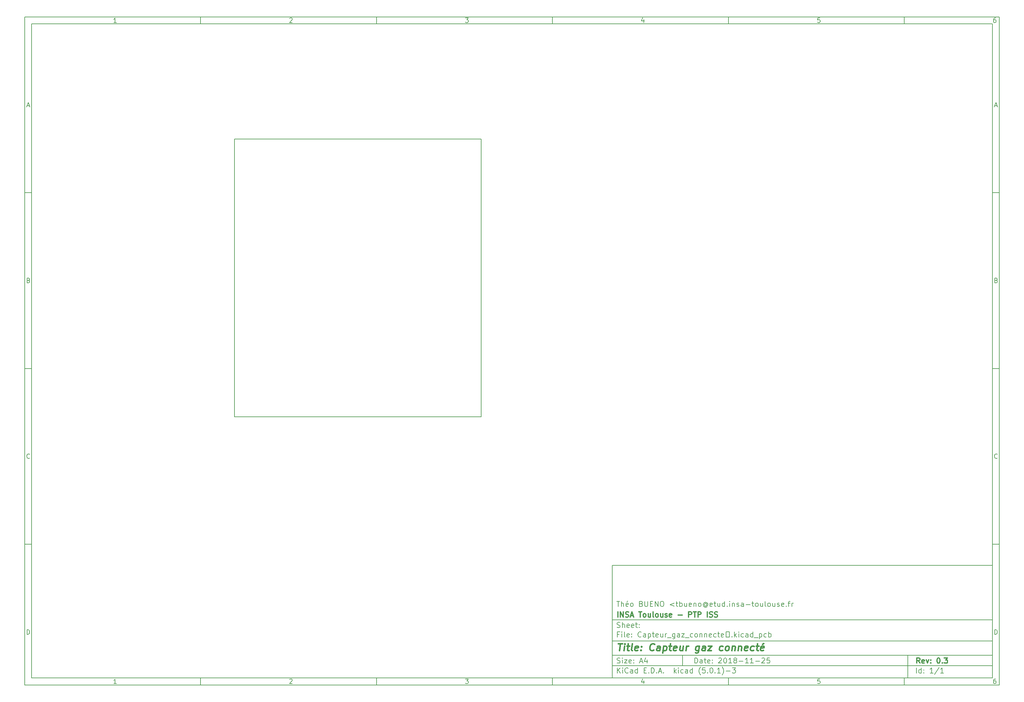
<source format=gm1>
G04 #@! TF.GenerationSoftware,KiCad,Pcbnew,(5.0.1)-3*
G04 #@! TF.CreationDate,2018-11-25T13:27:38+01:00*
G04 #@! TF.ProjectId,Capteur_gaz_connecte_,436170746575725F67617A5F636F6E6E,0.3*
G04 #@! TF.SameCoordinates,Original*
G04 #@! TF.FileFunction,Profile,NP*
%FSLAX46Y46*%
G04 Gerber Fmt 4.6, Leading zero omitted, Abs format (unit mm)*
G04 Created by KiCad (PCBNEW (5.0.1)-3) date 25/11/2018 13:27:38*
%MOMM*%
%LPD*%
G01*
G04 APERTURE LIST*
%ADD10C,0.100000*%
%ADD11C,0.150000*%
%ADD12C,0.300000*%
%ADD13C,0.400000*%
%ADD14C,0.200000*%
G04 APERTURE END LIST*
D10*
D11*
X177002200Y-166007200D02*
X177002200Y-198007200D01*
X285002200Y-198007200D01*
X285002200Y-166007200D01*
X177002200Y-166007200D01*
D10*
D11*
X10000000Y-10000000D02*
X10000000Y-200007200D01*
X287002200Y-200007200D01*
X287002200Y-10000000D01*
X10000000Y-10000000D01*
D10*
D11*
X12000000Y-12000000D02*
X12000000Y-198007200D01*
X285002200Y-198007200D01*
X285002200Y-12000000D01*
X12000000Y-12000000D01*
D10*
D11*
X60000000Y-12000000D02*
X60000000Y-10000000D01*
D10*
D11*
X110000000Y-12000000D02*
X110000000Y-10000000D01*
D10*
D11*
X160000000Y-12000000D02*
X160000000Y-10000000D01*
D10*
D11*
X210000000Y-12000000D02*
X210000000Y-10000000D01*
D10*
D11*
X260000000Y-12000000D02*
X260000000Y-10000000D01*
D10*
D11*
X36065476Y-11588095D02*
X35322619Y-11588095D01*
X35694047Y-11588095D02*
X35694047Y-10288095D01*
X35570238Y-10473809D01*
X35446428Y-10597619D01*
X35322619Y-10659523D01*
D10*
D11*
X85322619Y-10411904D02*
X85384523Y-10350000D01*
X85508333Y-10288095D01*
X85817857Y-10288095D01*
X85941666Y-10350000D01*
X86003571Y-10411904D01*
X86065476Y-10535714D01*
X86065476Y-10659523D01*
X86003571Y-10845238D01*
X85260714Y-11588095D01*
X86065476Y-11588095D01*
D10*
D11*
X135260714Y-10288095D02*
X136065476Y-10288095D01*
X135632142Y-10783333D01*
X135817857Y-10783333D01*
X135941666Y-10845238D01*
X136003571Y-10907142D01*
X136065476Y-11030952D01*
X136065476Y-11340476D01*
X136003571Y-11464285D01*
X135941666Y-11526190D01*
X135817857Y-11588095D01*
X135446428Y-11588095D01*
X135322619Y-11526190D01*
X135260714Y-11464285D01*
D10*
D11*
X185941666Y-10721428D02*
X185941666Y-11588095D01*
X185632142Y-10226190D02*
X185322619Y-11154761D01*
X186127380Y-11154761D01*
D10*
D11*
X236003571Y-10288095D02*
X235384523Y-10288095D01*
X235322619Y-10907142D01*
X235384523Y-10845238D01*
X235508333Y-10783333D01*
X235817857Y-10783333D01*
X235941666Y-10845238D01*
X236003571Y-10907142D01*
X236065476Y-11030952D01*
X236065476Y-11340476D01*
X236003571Y-11464285D01*
X235941666Y-11526190D01*
X235817857Y-11588095D01*
X235508333Y-11588095D01*
X235384523Y-11526190D01*
X235322619Y-11464285D01*
D10*
D11*
X285941666Y-10288095D02*
X285694047Y-10288095D01*
X285570238Y-10350000D01*
X285508333Y-10411904D01*
X285384523Y-10597619D01*
X285322619Y-10845238D01*
X285322619Y-11340476D01*
X285384523Y-11464285D01*
X285446428Y-11526190D01*
X285570238Y-11588095D01*
X285817857Y-11588095D01*
X285941666Y-11526190D01*
X286003571Y-11464285D01*
X286065476Y-11340476D01*
X286065476Y-11030952D01*
X286003571Y-10907142D01*
X285941666Y-10845238D01*
X285817857Y-10783333D01*
X285570238Y-10783333D01*
X285446428Y-10845238D01*
X285384523Y-10907142D01*
X285322619Y-11030952D01*
D10*
D11*
X60000000Y-198007200D02*
X60000000Y-200007200D01*
D10*
D11*
X110000000Y-198007200D02*
X110000000Y-200007200D01*
D10*
D11*
X160000000Y-198007200D02*
X160000000Y-200007200D01*
D10*
D11*
X210000000Y-198007200D02*
X210000000Y-200007200D01*
D10*
D11*
X260000000Y-198007200D02*
X260000000Y-200007200D01*
D10*
D11*
X36065476Y-199595295D02*
X35322619Y-199595295D01*
X35694047Y-199595295D02*
X35694047Y-198295295D01*
X35570238Y-198481009D01*
X35446428Y-198604819D01*
X35322619Y-198666723D01*
D10*
D11*
X85322619Y-198419104D02*
X85384523Y-198357200D01*
X85508333Y-198295295D01*
X85817857Y-198295295D01*
X85941666Y-198357200D01*
X86003571Y-198419104D01*
X86065476Y-198542914D01*
X86065476Y-198666723D01*
X86003571Y-198852438D01*
X85260714Y-199595295D01*
X86065476Y-199595295D01*
D10*
D11*
X135260714Y-198295295D02*
X136065476Y-198295295D01*
X135632142Y-198790533D01*
X135817857Y-198790533D01*
X135941666Y-198852438D01*
X136003571Y-198914342D01*
X136065476Y-199038152D01*
X136065476Y-199347676D01*
X136003571Y-199471485D01*
X135941666Y-199533390D01*
X135817857Y-199595295D01*
X135446428Y-199595295D01*
X135322619Y-199533390D01*
X135260714Y-199471485D01*
D10*
D11*
X185941666Y-198728628D02*
X185941666Y-199595295D01*
X185632142Y-198233390D02*
X185322619Y-199161961D01*
X186127380Y-199161961D01*
D10*
D11*
X236003571Y-198295295D02*
X235384523Y-198295295D01*
X235322619Y-198914342D01*
X235384523Y-198852438D01*
X235508333Y-198790533D01*
X235817857Y-198790533D01*
X235941666Y-198852438D01*
X236003571Y-198914342D01*
X236065476Y-199038152D01*
X236065476Y-199347676D01*
X236003571Y-199471485D01*
X235941666Y-199533390D01*
X235817857Y-199595295D01*
X235508333Y-199595295D01*
X235384523Y-199533390D01*
X235322619Y-199471485D01*
D10*
D11*
X285941666Y-198295295D02*
X285694047Y-198295295D01*
X285570238Y-198357200D01*
X285508333Y-198419104D01*
X285384523Y-198604819D01*
X285322619Y-198852438D01*
X285322619Y-199347676D01*
X285384523Y-199471485D01*
X285446428Y-199533390D01*
X285570238Y-199595295D01*
X285817857Y-199595295D01*
X285941666Y-199533390D01*
X286003571Y-199471485D01*
X286065476Y-199347676D01*
X286065476Y-199038152D01*
X286003571Y-198914342D01*
X285941666Y-198852438D01*
X285817857Y-198790533D01*
X285570238Y-198790533D01*
X285446428Y-198852438D01*
X285384523Y-198914342D01*
X285322619Y-199038152D01*
D10*
D11*
X10000000Y-60000000D02*
X12000000Y-60000000D01*
D10*
D11*
X10000000Y-110000000D02*
X12000000Y-110000000D01*
D10*
D11*
X10000000Y-160000000D02*
X12000000Y-160000000D01*
D10*
D11*
X10690476Y-35216666D02*
X11309523Y-35216666D01*
X10566666Y-35588095D02*
X11000000Y-34288095D01*
X11433333Y-35588095D01*
D10*
D11*
X11092857Y-84907142D02*
X11278571Y-84969047D01*
X11340476Y-85030952D01*
X11402380Y-85154761D01*
X11402380Y-85340476D01*
X11340476Y-85464285D01*
X11278571Y-85526190D01*
X11154761Y-85588095D01*
X10659523Y-85588095D01*
X10659523Y-84288095D01*
X11092857Y-84288095D01*
X11216666Y-84350000D01*
X11278571Y-84411904D01*
X11340476Y-84535714D01*
X11340476Y-84659523D01*
X11278571Y-84783333D01*
X11216666Y-84845238D01*
X11092857Y-84907142D01*
X10659523Y-84907142D01*
D10*
D11*
X11402380Y-135464285D02*
X11340476Y-135526190D01*
X11154761Y-135588095D01*
X11030952Y-135588095D01*
X10845238Y-135526190D01*
X10721428Y-135402380D01*
X10659523Y-135278571D01*
X10597619Y-135030952D01*
X10597619Y-134845238D01*
X10659523Y-134597619D01*
X10721428Y-134473809D01*
X10845238Y-134350000D01*
X11030952Y-134288095D01*
X11154761Y-134288095D01*
X11340476Y-134350000D01*
X11402380Y-134411904D01*
D10*
D11*
X10659523Y-185588095D02*
X10659523Y-184288095D01*
X10969047Y-184288095D01*
X11154761Y-184350000D01*
X11278571Y-184473809D01*
X11340476Y-184597619D01*
X11402380Y-184845238D01*
X11402380Y-185030952D01*
X11340476Y-185278571D01*
X11278571Y-185402380D01*
X11154761Y-185526190D01*
X10969047Y-185588095D01*
X10659523Y-185588095D01*
D10*
D11*
X287002200Y-60000000D02*
X285002200Y-60000000D01*
D10*
D11*
X287002200Y-110000000D02*
X285002200Y-110000000D01*
D10*
D11*
X287002200Y-160000000D02*
X285002200Y-160000000D01*
D10*
D11*
X285692676Y-35216666D02*
X286311723Y-35216666D01*
X285568866Y-35588095D02*
X286002200Y-34288095D01*
X286435533Y-35588095D01*
D10*
D11*
X286095057Y-84907142D02*
X286280771Y-84969047D01*
X286342676Y-85030952D01*
X286404580Y-85154761D01*
X286404580Y-85340476D01*
X286342676Y-85464285D01*
X286280771Y-85526190D01*
X286156961Y-85588095D01*
X285661723Y-85588095D01*
X285661723Y-84288095D01*
X286095057Y-84288095D01*
X286218866Y-84350000D01*
X286280771Y-84411904D01*
X286342676Y-84535714D01*
X286342676Y-84659523D01*
X286280771Y-84783333D01*
X286218866Y-84845238D01*
X286095057Y-84907142D01*
X285661723Y-84907142D01*
D10*
D11*
X286404580Y-135464285D02*
X286342676Y-135526190D01*
X286156961Y-135588095D01*
X286033152Y-135588095D01*
X285847438Y-135526190D01*
X285723628Y-135402380D01*
X285661723Y-135278571D01*
X285599819Y-135030952D01*
X285599819Y-134845238D01*
X285661723Y-134597619D01*
X285723628Y-134473809D01*
X285847438Y-134350000D01*
X286033152Y-134288095D01*
X286156961Y-134288095D01*
X286342676Y-134350000D01*
X286404580Y-134411904D01*
D10*
D11*
X285661723Y-185588095D02*
X285661723Y-184288095D01*
X285971247Y-184288095D01*
X286156961Y-184350000D01*
X286280771Y-184473809D01*
X286342676Y-184597619D01*
X286404580Y-184845238D01*
X286404580Y-185030952D01*
X286342676Y-185278571D01*
X286280771Y-185402380D01*
X286156961Y-185526190D01*
X285971247Y-185588095D01*
X285661723Y-185588095D01*
D10*
D11*
X200434342Y-193785771D02*
X200434342Y-192285771D01*
X200791485Y-192285771D01*
X201005771Y-192357200D01*
X201148628Y-192500057D01*
X201220057Y-192642914D01*
X201291485Y-192928628D01*
X201291485Y-193142914D01*
X201220057Y-193428628D01*
X201148628Y-193571485D01*
X201005771Y-193714342D01*
X200791485Y-193785771D01*
X200434342Y-193785771D01*
X202577200Y-193785771D02*
X202577200Y-193000057D01*
X202505771Y-192857200D01*
X202362914Y-192785771D01*
X202077200Y-192785771D01*
X201934342Y-192857200D01*
X202577200Y-193714342D02*
X202434342Y-193785771D01*
X202077200Y-193785771D01*
X201934342Y-193714342D01*
X201862914Y-193571485D01*
X201862914Y-193428628D01*
X201934342Y-193285771D01*
X202077200Y-193214342D01*
X202434342Y-193214342D01*
X202577200Y-193142914D01*
X203077200Y-192785771D02*
X203648628Y-192785771D01*
X203291485Y-192285771D02*
X203291485Y-193571485D01*
X203362914Y-193714342D01*
X203505771Y-193785771D01*
X203648628Y-193785771D01*
X204720057Y-193714342D02*
X204577200Y-193785771D01*
X204291485Y-193785771D01*
X204148628Y-193714342D01*
X204077200Y-193571485D01*
X204077200Y-193000057D01*
X204148628Y-192857200D01*
X204291485Y-192785771D01*
X204577200Y-192785771D01*
X204720057Y-192857200D01*
X204791485Y-193000057D01*
X204791485Y-193142914D01*
X204077200Y-193285771D01*
X205434342Y-193642914D02*
X205505771Y-193714342D01*
X205434342Y-193785771D01*
X205362914Y-193714342D01*
X205434342Y-193642914D01*
X205434342Y-193785771D01*
X205434342Y-192857200D02*
X205505771Y-192928628D01*
X205434342Y-193000057D01*
X205362914Y-192928628D01*
X205434342Y-192857200D01*
X205434342Y-193000057D01*
X207220057Y-192428628D02*
X207291485Y-192357200D01*
X207434342Y-192285771D01*
X207791485Y-192285771D01*
X207934342Y-192357200D01*
X208005771Y-192428628D01*
X208077200Y-192571485D01*
X208077200Y-192714342D01*
X208005771Y-192928628D01*
X207148628Y-193785771D01*
X208077200Y-193785771D01*
X209005771Y-192285771D02*
X209148628Y-192285771D01*
X209291485Y-192357200D01*
X209362914Y-192428628D01*
X209434342Y-192571485D01*
X209505771Y-192857200D01*
X209505771Y-193214342D01*
X209434342Y-193500057D01*
X209362914Y-193642914D01*
X209291485Y-193714342D01*
X209148628Y-193785771D01*
X209005771Y-193785771D01*
X208862914Y-193714342D01*
X208791485Y-193642914D01*
X208720057Y-193500057D01*
X208648628Y-193214342D01*
X208648628Y-192857200D01*
X208720057Y-192571485D01*
X208791485Y-192428628D01*
X208862914Y-192357200D01*
X209005771Y-192285771D01*
X210934342Y-193785771D02*
X210077200Y-193785771D01*
X210505771Y-193785771D02*
X210505771Y-192285771D01*
X210362914Y-192500057D01*
X210220057Y-192642914D01*
X210077200Y-192714342D01*
X211791485Y-192928628D02*
X211648628Y-192857200D01*
X211577200Y-192785771D01*
X211505771Y-192642914D01*
X211505771Y-192571485D01*
X211577200Y-192428628D01*
X211648628Y-192357200D01*
X211791485Y-192285771D01*
X212077200Y-192285771D01*
X212220057Y-192357200D01*
X212291485Y-192428628D01*
X212362914Y-192571485D01*
X212362914Y-192642914D01*
X212291485Y-192785771D01*
X212220057Y-192857200D01*
X212077200Y-192928628D01*
X211791485Y-192928628D01*
X211648628Y-193000057D01*
X211577200Y-193071485D01*
X211505771Y-193214342D01*
X211505771Y-193500057D01*
X211577200Y-193642914D01*
X211648628Y-193714342D01*
X211791485Y-193785771D01*
X212077200Y-193785771D01*
X212220057Y-193714342D01*
X212291485Y-193642914D01*
X212362914Y-193500057D01*
X212362914Y-193214342D01*
X212291485Y-193071485D01*
X212220057Y-193000057D01*
X212077200Y-192928628D01*
X213005771Y-193214342D02*
X214148628Y-193214342D01*
X215648628Y-193785771D02*
X214791485Y-193785771D01*
X215220057Y-193785771D02*
X215220057Y-192285771D01*
X215077200Y-192500057D01*
X214934342Y-192642914D01*
X214791485Y-192714342D01*
X217077200Y-193785771D02*
X216220057Y-193785771D01*
X216648628Y-193785771D02*
X216648628Y-192285771D01*
X216505771Y-192500057D01*
X216362914Y-192642914D01*
X216220057Y-192714342D01*
X217720057Y-193214342D02*
X218862914Y-193214342D01*
X219505771Y-192428628D02*
X219577200Y-192357200D01*
X219720057Y-192285771D01*
X220077200Y-192285771D01*
X220220057Y-192357200D01*
X220291485Y-192428628D01*
X220362914Y-192571485D01*
X220362914Y-192714342D01*
X220291485Y-192928628D01*
X219434342Y-193785771D01*
X220362914Y-193785771D01*
X221720057Y-192285771D02*
X221005771Y-192285771D01*
X220934342Y-193000057D01*
X221005771Y-192928628D01*
X221148628Y-192857200D01*
X221505771Y-192857200D01*
X221648628Y-192928628D01*
X221720057Y-193000057D01*
X221791485Y-193142914D01*
X221791485Y-193500057D01*
X221720057Y-193642914D01*
X221648628Y-193714342D01*
X221505771Y-193785771D01*
X221148628Y-193785771D01*
X221005771Y-193714342D01*
X220934342Y-193642914D01*
D10*
D11*
X177002200Y-194507200D02*
X285002200Y-194507200D01*
D10*
D11*
X178434342Y-196585771D02*
X178434342Y-195085771D01*
X179291485Y-196585771D02*
X178648628Y-195728628D01*
X179291485Y-195085771D02*
X178434342Y-195942914D01*
X179934342Y-196585771D02*
X179934342Y-195585771D01*
X179934342Y-195085771D02*
X179862914Y-195157200D01*
X179934342Y-195228628D01*
X180005771Y-195157200D01*
X179934342Y-195085771D01*
X179934342Y-195228628D01*
X181505771Y-196442914D02*
X181434342Y-196514342D01*
X181220057Y-196585771D01*
X181077200Y-196585771D01*
X180862914Y-196514342D01*
X180720057Y-196371485D01*
X180648628Y-196228628D01*
X180577200Y-195942914D01*
X180577200Y-195728628D01*
X180648628Y-195442914D01*
X180720057Y-195300057D01*
X180862914Y-195157200D01*
X181077200Y-195085771D01*
X181220057Y-195085771D01*
X181434342Y-195157200D01*
X181505771Y-195228628D01*
X182791485Y-196585771D02*
X182791485Y-195800057D01*
X182720057Y-195657200D01*
X182577200Y-195585771D01*
X182291485Y-195585771D01*
X182148628Y-195657200D01*
X182791485Y-196514342D02*
X182648628Y-196585771D01*
X182291485Y-196585771D01*
X182148628Y-196514342D01*
X182077200Y-196371485D01*
X182077200Y-196228628D01*
X182148628Y-196085771D01*
X182291485Y-196014342D01*
X182648628Y-196014342D01*
X182791485Y-195942914D01*
X184148628Y-196585771D02*
X184148628Y-195085771D01*
X184148628Y-196514342D02*
X184005771Y-196585771D01*
X183720057Y-196585771D01*
X183577200Y-196514342D01*
X183505771Y-196442914D01*
X183434342Y-196300057D01*
X183434342Y-195871485D01*
X183505771Y-195728628D01*
X183577200Y-195657200D01*
X183720057Y-195585771D01*
X184005771Y-195585771D01*
X184148628Y-195657200D01*
X186005771Y-195800057D02*
X186505771Y-195800057D01*
X186720057Y-196585771D02*
X186005771Y-196585771D01*
X186005771Y-195085771D01*
X186720057Y-195085771D01*
X187362914Y-196442914D02*
X187434342Y-196514342D01*
X187362914Y-196585771D01*
X187291485Y-196514342D01*
X187362914Y-196442914D01*
X187362914Y-196585771D01*
X188077200Y-196585771D02*
X188077200Y-195085771D01*
X188434342Y-195085771D01*
X188648628Y-195157200D01*
X188791485Y-195300057D01*
X188862914Y-195442914D01*
X188934342Y-195728628D01*
X188934342Y-195942914D01*
X188862914Y-196228628D01*
X188791485Y-196371485D01*
X188648628Y-196514342D01*
X188434342Y-196585771D01*
X188077200Y-196585771D01*
X189577200Y-196442914D02*
X189648628Y-196514342D01*
X189577200Y-196585771D01*
X189505771Y-196514342D01*
X189577200Y-196442914D01*
X189577200Y-196585771D01*
X190220057Y-196157200D02*
X190934342Y-196157200D01*
X190077200Y-196585771D02*
X190577200Y-195085771D01*
X191077200Y-196585771D01*
X191577200Y-196442914D02*
X191648628Y-196514342D01*
X191577200Y-196585771D01*
X191505771Y-196514342D01*
X191577200Y-196442914D01*
X191577200Y-196585771D01*
X194577200Y-196585771D02*
X194577200Y-195085771D01*
X194720057Y-196014342D02*
X195148628Y-196585771D01*
X195148628Y-195585771D02*
X194577200Y-196157200D01*
X195791485Y-196585771D02*
X195791485Y-195585771D01*
X195791485Y-195085771D02*
X195720057Y-195157200D01*
X195791485Y-195228628D01*
X195862914Y-195157200D01*
X195791485Y-195085771D01*
X195791485Y-195228628D01*
X197148628Y-196514342D02*
X197005771Y-196585771D01*
X196720057Y-196585771D01*
X196577200Y-196514342D01*
X196505771Y-196442914D01*
X196434342Y-196300057D01*
X196434342Y-195871485D01*
X196505771Y-195728628D01*
X196577200Y-195657200D01*
X196720057Y-195585771D01*
X197005771Y-195585771D01*
X197148628Y-195657200D01*
X198434342Y-196585771D02*
X198434342Y-195800057D01*
X198362914Y-195657200D01*
X198220057Y-195585771D01*
X197934342Y-195585771D01*
X197791485Y-195657200D01*
X198434342Y-196514342D02*
X198291485Y-196585771D01*
X197934342Y-196585771D01*
X197791485Y-196514342D01*
X197720057Y-196371485D01*
X197720057Y-196228628D01*
X197791485Y-196085771D01*
X197934342Y-196014342D01*
X198291485Y-196014342D01*
X198434342Y-195942914D01*
X199791485Y-196585771D02*
X199791485Y-195085771D01*
X199791485Y-196514342D02*
X199648628Y-196585771D01*
X199362914Y-196585771D01*
X199220057Y-196514342D01*
X199148628Y-196442914D01*
X199077200Y-196300057D01*
X199077200Y-195871485D01*
X199148628Y-195728628D01*
X199220057Y-195657200D01*
X199362914Y-195585771D01*
X199648628Y-195585771D01*
X199791485Y-195657200D01*
X202077200Y-197157200D02*
X202005771Y-197085771D01*
X201862914Y-196871485D01*
X201791485Y-196728628D01*
X201720057Y-196514342D01*
X201648628Y-196157200D01*
X201648628Y-195871485D01*
X201720057Y-195514342D01*
X201791485Y-195300057D01*
X201862914Y-195157200D01*
X202005771Y-194942914D01*
X202077200Y-194871485D01*
X203362914Y-195085771D02*
X202648628Y-195085771D01*
X202577200Y-195800057D01*
X202648628Y-195728628D01*
X202791485Y-195657200D01*
X203148628Y-195657200D01*
X203291485Y-195728628D01*
X203362914Y-195800057D01*
X203434342Y-195942914D01*
X203434342Y-196300057D01*
X203362914Y-196442914D01*
X203291485Y-196514342D01*
X203148628Y-196585771D01*
X202791485Y-196585771D01*
X202648628Y-196514342D01*
X202577200Y-196442914D01*
X204077200Y-196442914D02*
X204148628Y-196514342D01*
X204077200Y-196585771D01*
X204005771Y-196514342D01*
X204077200Y-196442914D01*
X204077200Y-196585771D01*
X205077200Y-195085771D02*
X205220057Y-195085771D01*
X205362914Y-195157200D01*
X205434342Y-195228628D01*
X205505771Y-195371485D01*
X205577200Y-195657200D01*
X205577200Y-196014342D01*
X205505771Y-196300057D01*
X205434342Y-196442914D01*
X205362914Y-196514342D01*
X205220057Y-196585771D01*
X205077200Y-196585771D01*
X204934342Y-196514342D01*
X204862914Y-196442914D01*
X204791485Y-196300057D01*
X204720057Y-196014342D01*
X204720057Y-195657200D01*
X204791485Y-195371485D01*
X204862914Y-195228628D01*
X204934342Y-195157200D01*
X205077200Y-195085771D01*
X206220057Y-196442914D02*
X206291485Y-196514342D01*
X206220057Y-196585771D01*
X206148628Y-196514342D01*
X206220057Y-196442914D01*
X206220057Y-196585771D01*
X207720057Y-196585771D02*
X206862914Y-196585771D01*
X207291485Y-196585771D02*
X207291485Y-195085771D01*
X207148628Y-195300057D01*
X207005771Y-195442914D01*
X206862914Y-195514342D01*
X208220057Y-197157200D02*
X208291485Y-197085771D01*
X208434342Y-196871485D01*
X208505771Y-196728628D01*
X208577200Y-196514342D01*
X208648628Y-196157200D01*
X208648628Y-195871485D01*
X208577200Y-195514342D01*
X208505771Y-195300057D01*
X208434342Y-195157200D01*
X208291485Y-194942914D01*
X208220057Y-194871485D01*
X209362914Y-196014342D02*
X210505771Y-196014342D01*
X211077200Y-195085771D02*
X212005771Y-195085771D01*
X211505771Y-195657200D01*
X211720057Y-195657200D01*
X211862914Y-195728628D01*
X211934342Y-195800057D01*
X212005771Y-195942914D01*
X212005771Y-196300057D01*
X211934342Y-196442914D01*
X211862914Y-196514342D01*
X211720057Y-196585771D01*
X211291485Y-196585771D01*
X211148628Y-196514342D01*
X211077200Y-196442914D01*
D10*
D11*
X177002200Y-191507200D02*
X285002200Y-191507200D01*
D10*
D12*
X264411485Y-193785771D02*
X263911485Y-193071485D01*
X263554342Y-193785771D02*
X263554342Y-192285771D01*
X264125771Y-192285771D01*
X264268628Y-192357200D01*
X264340057Y-192428628D01*
X264411485Y-192571485D01*
X264411485Y-192785771D01*
X264340057Y-192928628D01*
X264268628Y-193000057D01*
X264125771Y-193071485D01*
X263554342Y-193071485D01*
X265625771Y-193714342D02*
X265482914Y-193785771D01*
X265197200Y-193785771D01*
X265054342Y-193714342D01*
X264982914Y-193571485D01*
X264982914Y-193000057D01*
X265054342Y-192857200D01*
X265197200Y-192785771D01*
X265482914Y-192785771D01*
X265625771Y-192857200D01*
X265697200Y-193000057D01*
X265697200Y-193142914D01*
X264982914Y-193285771D01*
X266197200Y-192785771D02*
X266554342Y-193785771D01*
X266911485Y-192785771D01*
X267482914Y-193642914D02*
X267554342Y-193714342D01*
X267482914Y-193785771D01*
X267411485Y-193714342D01*
X267482914Y-193642914D01*
X267482914Y-193785771D01*
X267482914Y-192857200D02*
X267554342Y-192928628D01*
X267482914Y-193000057D01*
X267411485Y-192928628D01*
X267482914Y-192857200D01*
X267482914Y-193000057D01*
X269625771Y-192285771D02*
X269768628Y-192285771D01*
X269911485Y-192357200D01*
X269982914Y-192428628D01*
X270054342Y-192571485D01*
X270125771Y-192857200D01*
X270125771Y-193214342D01*
X270054342Y-193500057D01*
X269982914Y-193642914D01*
X269911485Y-193714342D01*
X269768628Y-193785771D01*
X269625771Y-193785771D01*
X269482914Y-193714342D01*
X269411485Y-193642914D01*
X269340057Y-193500057D01*
X269268628Y-193214342D01*
X269268628Y-192857200D01*
X269340057Y-192571485D01*
X269411485Y-192428628D01*
X269482914Y-192357200D01*
X269625771Y-192285771D01*
X270768628Y-193642914D02*
X270840057Y-193714342D01*
X270768628Y-193785771D01*
X270697200Y-193714342D01*
X270768628Y-193642914D01*
X270768628Y-193785771D01*
X271340057Y-192285771D02*
X272268628Y-192285771D01*
X271768628Y-192857200D01*
X271982914Y-192857200D01*
X272125771Y-192928628D01*
X272197200Y-193000057D01*
X272268628Y-193142914D01*
X272268628Y-193500057D01*
X272197200Y-193642914D01*
X272125771Y-193714342D01*
X271982914Y-193785771D01*
X271554342Y-193785771D01*
X271411485Y-193714342D01*
X271340057Y-193642914D01*
D10*
D11*
X178362914Y-193714342D02*
X178577200Y-193785771D01*
X178934342Y-193785771D01*
X179077200Y-193714342D01*
X179148628Y-193642914D01*
X179220057Y-193500057D01*
X179220057Y-193357200D01*
X179148628Y-193214342D01*
X179077200Y-193142914D01*
X178934342Y-193071485D01*
X178648628Y-193000057D01*
X178505771Y-192928628D01*
X178434342Y-192857200D01*
X178362914Y-192714342D01*
X178362914Y-192571485D01*
X178434342Y-192428628D01*
X178505771Y-192357200D01*
X178648628Y-192285771D01*
X179005771Y-192285771D01*
X179220057Y-192357200D01*
X179862914Y-193785771D02*
X179862914Y-192785771D01*
X179862914Y-192285771D02*
X179791485Y-192357200D01*
X179862914Y-192428628D01*
X179934342Y-192357200D01*
X179862914Y-192285771D01*
X179862914Y-192428628D01*
X180434342Y-192785771D02*
X181220057Y-192785771D01*
X180434342Y-193785771D01*
X181220057Y-193785771D01*
X182362914Y-193714342D02*
X182220057Y-193785771D01*
X181934342Y-193785771D01*
X181791485Y-193714342D01*
X181720057Y-193571485D01*
X181720057Y-193000057D01*
X181791485Y-192857200D01*
X181934342Y-192785771D01*
X182220057Y-192785771D01*
X182362914Y-192857200D01*
X182434342Y-193000057D01*
X182434342Y-193142914D01*
X181720057Y-193285771D01*
X183077200Y-193642914D02*
X183148628Y-193714342D01*
X183077200Y-193785771D01*
X183005771Y-193714342D01*
X183077200Y-193642914D01*
X183077200Y-193785771D01*
X183077200Y-192857200D02*
X183148628Y-192928628D01*
X183077200Y-193000057D01*
X183005771Y-192928628D01*
X183077200Y-192857200D01*
X183077200Y-193000057D01*
X184862914Y-193357200D02*
X185577200Y-193357200D01*
X184720057Y-193785771D02*
X185220057Y-192285771D01*
X185720057Y-193785771D01*
X186862914Y-192785771D02*
X186862914Y-193785771D01*
X186505771Y-192214342D02*
X186148628Y-193285771D01*
X187077200Y-193285771D01*
D10*
D11*
X263434342Y-196585771D02*
X263434342Y-195085771D01*
X264791485Y-196585771D02*
X264791485Y-195085771D01*
X264791485Y-196514342D02*
X264648628Y-196585771D01*
X264362914Y-196585771D01*
X264220057Y-196514342D01*
X264148628Y-196442914D01*
X264077200Y-196300057D01*
X264077200Y-195871485D01*
X264148628Y-195728628D01*
X264220057Y-195657200D01*
X264362914Y-195585771D01*
X264648628Y-195585771D01*
X264791485Y-195657200D01*
X265505771Y-196442914D02*
X265577200Y-196514342D01*
X265505771Y-196585771D01*
X265434342Y-196514342D01*
X265505771Y-196442914D01*
X265505771Y-196585771D01*
X265505771Y-195657200D02*
X265577200Y-195728628D01*
X265505771Y-195800057D01*
X265434342Y-195728628D01*
X265505771Y-195657200D01*
X265505771Y-195800057D01*
X268148628Y-196585771D02*
X267291485Y-196585771D01*
X267720057Y-196585771D02*
X267720057Y-195085771D01*
X267577200Y-195300057D01*
X267434342Y-195442914D01*
X267291485Y-195514342D01*
X269862914Y-195014342D02*
X268577200Y-196942914D01*
X271148628Y-196585771D02*
X270291485Y-196585771D01*
X270720057Y-196585771D02*
X270720057Y-195085771D01*
X270577200Y-195300057D01*
X270434342Y-195442914D01*
X270291485Y-195514342D01*
D10*
D11*
X177002200Y-187507200D02*
X285002200Y-187507200D01*
D10*
D13*
X178714580Y-188211961D02*
X179857438Y-188211961D01*
X179036009Y-190211961D02*
X179286009Y-188211961D01*
X180274104Y-190211961D02*
X180440771Y-188878628D01*
X180524104Y-188211961D02*
X180416961Y-188307200D01*
X180500295Y-188402438D01*
X180607438Y-188307200D01*
X180524104Y-188211961D01*
X180500295Y-188402438D01*
X181107438Y-188878628D02*
X181869342Y-188878628D01*
X181476485Y-188211961D02*
X181262200Y-189926247D01*
X181333628Y-190116723D01*
X181512200Y-190211961D01*
X181702676Y-190211961D01*
X182655057Y-190211961D02*
X182476485Y-190116723D01*
X182405057Y-189926247D01*
X182619342Y-188211961D01*
X184190771Y-190116723D02*
X183988390Y-190211961D01*
X183607438Y-190211961D01*
X183428866Y-190116723D01*
X183357438Y-189926247D01*
X183452676Y-189164342D01*
X183571723Y-188973866D01*
X183774104Y-188878628D01*
X184155057Y-188878628D01*
X184333628Y-188973866D01*
X184405057Y-189164342D01*
X184381247Y-189354819D01*
X183405057Y-189545295D01*
X185155057Y-190021485D02*
X185238390Y-190116723D01*
X185131247Y-190211961D01*
X185047914Y-190116723D01*
X185155057Y-190021485D01*
X185131247Y-190211961D01*
X185286009Y-188973866D02*
X185369342Y-189069104D01*
X185262200Y-189164342D01*
X185178866Y-189069104D01*
X185286009Y-188973866D01*
X185262200Y-189164342D01*
X188774104Y-190021485D02*
X188666961Y-190116723D01*
X188369342Y-190211961D01*
X188178866Y-190211961D01*
X187905057Y-190116723D01*
X187738390Y-189926247D01*
X187666961Y-189735771D01*
X187619342Y-189354819D01*
X187655057Y-189069104D01*
X187797914Y-188688152D01*
X187916961Y-188497676D01*
X188131247Y-188307200D01*
X188428866Y-188211961D01*
X188619342Y-188211961D01*
X188893152Y-188307200D01*
X188976485Y-188402438D01*
X190464580Y-190211961D02*
X190595533Y-189164342D01*
X190524104Y-188973866D01*
X190345533Y-188878628D01*
X189964580Y-188878628D01*
X189762200Y-188973866D01*
X190476485Y-190116723D02*
X190274104Y-190211961D01*
X189797914Y-190211961D01*
X189619342Y-190116723D01*
X189547914Y-189926247D01*
X189571723Y-189735771D01*
X189690771Y-189545295D01*
X189893152Y-189450057D01*
X190369342Y-189450057D01*
X190571723Y-189354819D01*
X191583628Y-188878628D02*
X191333628Y-190878628D01*
X191571723Y-188973866D02*
X191774104Y-188878628D01*
X192155057Y-188878628D01*
X192333628Y-188973866D01*
X192416961Y-189069104D01*
X192488390Y-189259580D01*
X192416961Y-189831009D01*
X192297914Y-190021485D01*
X192190771Y-190116723D01*
X191988390Y-190211961D01*
X191607438Y-190211961D01*
X191428866Y-190116723D01*
X193107438Y-188878628D02*
X193869342Y-188878628D01*
X193476485Y-188211961D02*
X193262200Y-189926247D01*
X193333628Y-190116723D01*
X193512200Y-190211961D01*
X193702676Y-190211961D01*
X195143152Y-190116723D02*
X194940771Y-190211961D01*
X194559819Y-190211961D01*
X194381247Y-190116723D01*
X194309819Y-189926247D01*
X194405057Y-189164342D01*
X194524104Y-188973866D01*
X194726485Y-188878628D01*
X195107438Y-188878628D01*
X195286009Y-188973866D01*
X195357438Y-189164342D01*
X195333628Y-189354819D01*
X194357438Y-189545295D01*
X197107438Y-188878628D02*
X196940771Y-190211961D01*
X196250295Y-188878628D02*
X196119342Y-189926247D01*
X196190771Y-190116723D01*
X196369342Y-190211961D01*
X196655057Y-190211961D01*
X196857438Y-190116723D01*
X196964580Y-190021485D01*
X197893152Y-190211961D02*
X198059819Y-188878628D01*
X198012200Y-189259580D02*
X198131247Y-189069104D01*
X198238390Y-188973866D01*
X198440771Y-188878628D01*
X198631247Y-188878628D01*
X201678866Y-188878628D02*
X201476485Y-190497676D01*
X201357438Y-190688152D01*
X201250295Y-190783390D01*
X201047914Y-190878628D01*
X200762200Y-190878628D01*
X200583628Y-190783390D01*
X201524104Y-190116723D02*
X201321723Y-190211961D01*
X200940771Y-190211961D01*
X200762200Y-190116723D01*
X200678866Y-190021485D01*
X200607438Y-189831009D01*
X200678866Y-189259580D01*
X200797914Y-189069104D01*
X200905057Y-188973866D01*
X201107438Y-188878628D01*
X201488390Y-188878628D01*
X201666961Y-188973866D01*
X203321723Y-190211961D02*
X203452676Y-189164342D01*
X203381247Y-188973866D01*
X203202676Y-188878628D01*
X202821723Y-188878628D01*
X202619342Y-188973866D01*
X203333628Y-190116723D02*
X203131247Y-190211961D01*
X202655057Y-190211961D01*
X202476485Y-190116723D01*
X202405057Y-189926247D01*
X202428866Y-189735771D01*
X202547914Y-189545295D01*
X202750295Y-189450057D01*
X203226485Y-189450057D01*
X203428866Y-189354819D01*
X204250295Y-188878628D02*
X205297914Y-188878628D01*
X204083628Y-190211961D01*
X205131247Y-190211961D01*
X208286009Y-190116723D02*
X208083628Y-190211961D01*
X207702676Y-190211961D01*
X207524104Y-190116723D01*
X207440771Y-190021485D01*
X207369342Y-189831009D01*
X207440771Y-189259580D01*
X207559819Y-189069104D01*
X207666961Y-188973866D01*
X207869342Y-188878628D01*
X208250295Y-188878628D01*
X208428866Y-188973866D01*
X209416961Y-190211961D02*
X209238390Y-190116723D01*
X209155057Y-190021485D01*
X209083628Y-189831009D01*
X209155057Y-189259580D01*
X209274104Y-189069104D01*
X209381247Y-188973866D01*
X209583628Y-188878628D01*
X209869342Y-188878628D01*
X210047914Y-188973866D01*
X210131247Y-189069104D01*
X210202676Y-189259580D01*
X210131247Y-189831009D01*
X210012200Y-190021485D01*
X209905057Y-190116723D01*
X209702676Y-190211961D01*
X209416961Y-190211961D01*
X211107438Y-188878628D02*
X210940771Y-190211961D01*
X211083628Y-189069104D02*
X211190771Y-188973866D01*
X211393152Y-188878628D01*
X211678866Y-188878628D01*
X211857438Y-188973866D01*
X211928866Y-189164342D01*
X211797914Y-190211961D01*
X212916961Y-188878628D02*
X212750295Y-190211961D01*
X212893152Y-189069104D02*
X213000295Y-188973866D01*
X213202676Y-188878628D01*
X213488390Y-188878628D01*
X213666961Y-188973866D01*
X213738390Y-189164342D01*
X213607438Y-190211961D01*
X215333628Y-190116723D02*
X215131247Y-190211961D01*
X214750295Y-190211961D01*
X214571723Y-190116723D01*
X214500295Y-189926247D01*
X214595533Y-189164342D01*
X214714580Y-188973866D01*
X214916961Y-188878628D01*
X215297914Y-188878628D01*
X215476485Y-188973866D01*
X215547914Y-189164342D01*
X215524104Y-189354819D01*
X214547914Y-189545295D01*
X217143152Y-190116723D02*
X216940771Y-190211961D01*
X216559819Y-190211961D01*
X216381247Y-190116723D01*
X216297914Y-190021485D01*
X216226485Y-189831009D01*
X216297914Y-189259580D01*
X216416961Y-189069104D01*
X216524104Y-188973866D01*
X216726485Y-188878628D01*
X217107438Y-188878628D01*
X217286009Y-188973866D01*
X217869342Y-188878628D02*
X218631247Y-188878628D01*
X218238390Y-188211961D02*
X218024104Y-189926247D01*
X218095533Y-190116723D01*
X218274104Y-190211961D01*
X218464580Y-190211961D01*
X219905057Y-190116723D02*
X219702676Y-190211961D01*
X219321723Y-190211961D01*
X219143152Y-190116723D01*
X219071723Y-189926247D01*
X219166961Y-189164342D01*
X219286009Y-188973866D01*
X219488390Y-188878628D01*
X219869342Y-188878628D01*
X220047914Y-188973866D01*
X220119342Y-189164342D01*
X220095533Y-189354819D01*
X219119342Y-189545295D01*
X219964580Y-188116723D02*
X219643152Y-188402438D01*
D10*
D11*
X178934342Y-185600057D02*
X178434342Y-185600057D01*
X178434342Y-186385771D02*
X178434342Y-184885771D01*
X179148628Y-184885771D01*
X179720057Y-186385771D02*
X179720057Y-185385771D01*
X179720057Y-184885771D02*
X179648628Y-184957200D01*
X179720057Y-185028628D01*
X179791485Y-184957200D01*
X179720057Y-184885771D01*
X179720057Y-185028628D01*
X180648628Y-186385771D02*
X180505771Y-186314342D01*
X180434342Y-186171485D01*
X180434342Y-184885771D01*
X181791485Y-186314342D02*
X181648628Y-186385771D01*
X181362914Y-186385771D01*
X181220057Y-186314342D01*
X181148628Y-186171485D01*
X181148628Y-185600057D01*
X181220057Y-185457200D01*
X181362914Y-185385771D01*
X181648628Y-185385771D01*
X181791485Y-185457200D01*
X181862914Y-185600057D01*
X181862914Y-185742914D01*
X181148628Y-185885771D01*
X182505771Y-186242914D02*
X182577200Y-186314342D01*
X182505771Y-186385771D01*
X182434342Y-186314342D01*
X182505771Y-186242914D01*
X182505771Y-186385771D01*
X182505771Y-185457200D02*
X182577200Y-185528628D01*
X182505771Y-185600057D01*
X182434342Y-185528628D01*
X182505771Y-185457200D01*
X182505771Y-185600057D01*
X185220057Y-186242914D02*
X185148628Y-186314342D01*
X184934342Y-186385771D01*
X184791485Y-186385771D01*
X184577200Y-186314342D01*
X184434342Y-186171485D01*
X184362914Y-186028628D01*
X184291485Y-185742914D01*
X184291485Y-185528628D01*
X184362914Y-185242914D01*
X184434342Y-185100057D01*
X184577200Y-184957200D01*
X184791485Y-184885771D01*
X184934342Y-184885771D01*
X185148628Y-184957200D01*
X185220057Y-185028628D01*
X186505771Y-186385771D02*
X186505771Y-185600057D01*
X186434342Y-185457200D01*
X186291485Y-185385771D01*
X186005771Y-185385771D01*
X185862914Y-185457200D01*
X186505771Y-186314342D02*
X186362914Y-186385771D01*
X186005771Y-186385771D01*
X185862914Y-186314342D01*
X185791485Y-186171485D01*
X185791485Y-186028628D01*
X185862914Y-185885771D01*
X186005771Y-185814342D01*
X186362914Y-185814342D01*
X186505771Y-185742914D01*
X187220057Y-185385771D02*
X187220057Y-186885771D01*
X187220057Y-185457200D02*
X187362914Y-185385771D01*
X187648628Y-185385771D01*
X187791485Y-185457200D01*
X187862914Y-185528628D01*
X187934342Y-185671485D01*
X187934342Y-186100057D01*
X187862914Y-186242914D01*
X187791485Y-186314342D01*
X187648628Y-186385771D01*
X187362914Y-186385771D01*
X187220057Y-186314342D01*
X188362914Y-185385771D02*
X188934342Y-185385771D01*
X188577200Y-184885771D02*
X188577200Y-186171485D01*
X188648628Y-186314342D01*
X188791485Y-186385771D01*
X188934342Y-186385771D01*
X190005771Y-186314342D02*
X189862914Y-186385771D01*
X189577200Y-186385771D01*
X189434342Y-186314342D01*
X189362914Y-186171485D01*
X189362914Y-185600057D01*
X189434342Y-185457200D01*
X189577200Y-185385771D01*
X189862914Y-185385771D01*
X190005771Y-185457200D01*
X190077200Y-185600057D01*
X190077200Y-185742914D01*
X189362914Y-185885771D01*
X191362914Y-185385771D02*
X191362914Y-186385771D01*
X190720057Y-185385771D02*
X190720057Y-186171485D01*
X190791485Y-186314342D01*
X190934342Y-186385771D01*
X191148628Y-186385771D01*
X191291485Y-186314342D01*
X191362914Y-186242914D01*
X192077200Y-186385771D02*
X192077200Y-185385771D01*
X192077200Y-185671485D02*
X192148628Y-185528628D01*
X192220057Y-185457200D01*
X192362914Y-185385771D01*
X192505771Y-185385771D01*
X192648628Y-186528628D02*
X193791485Y-186528628D01*
X194791485Y-185385771D02*
X194791485Y-186600057D01*
X194720057Y-186742914D01*
X194648628Y-186814342D01*
X194505771Y-186885771D01*
X194291485Y-186885771D01*
X194148628Y-186814342D01*
X194791485Y-186314342D02*
X194648628Y-186385771D01*
X194362914Y-186385771D01*
X194220057Y-186314342D01*
X194148628Y-186242914D01*
X194077200Y-186100057D01*
X194077200Y-185671485D01*
X194148628Y-185528628D01*
X194220057Y-185457200D01*
X194362914Y-185385771D01*
X194648628Y-185385771D01*
X194791485Y-185457200D01*
X196148628Y-186385771D02*
X196148628Y-185600057D01*
X196077200Y-185457200D01*
X195934342Y-185385771D01*
X195648628Y-185385771D01*
X195505771Y-185457200D01*
X196148628Y-186314342D02*
X196005771Y-186385771D01*
X195648628Y-186385771D01*
X195505771Y-186314342D01*
X195434342Y-186171485D01*
X195434342Y-186028628D01*
X195505771Y-185885771D01*
X195648628Y-185814342D01*
X196005771Y-185814342D01*
X196148628Y-185742914D01*
X196720057Y-185385771D02*
X197505771Y-185385771D01*
X196720057Y-186385771D01*
X197505771Y-186385771D01*
X197720057Y-186528628D02*
X198862914Y-186528628D01*
X199862914Y-186314342D02*
X199720057Y-186385771D01*
X199434342Y-186385771D01*
X199291485Y-186314342D01*
X199220057Y-186242914D01*
X199148628Y-186100057D01*
X199148628Y-185671485D01*
X199220057Y-185528628D01*
X199291485Y-185457200D01*
X199434342Y-185385771D01*
X199720057Y-185385771D01*
X199862914Y-185457200D01*
X200720057Y-186385771D02*
X200577200Y-186314342D01*
X200505771Y-186242914D01*
X200434342Y-186100057D01*
X200434342Y-185671485D01*
X200505771Y-185528628D01*
X200577200Y-185457200D01*
X200720057Y-185385771D01*
X200934342Y-185385771D01*
X201077200Y-185457200D01*
X201148628Y-185528628D01*
X201220057Y-185671485D01*
X201220057Y-186100057D01*
X201148628Y-186242914D01*
X201077200Y-186314342D01*
X200934342Y-186385771D01*
X200720057Y-186385771D01*
X201862914Y-185385771D02*
X201862914Y-186385771D01*
X201862914Y-185528628D02*
X201934342Y-185457200D01*
X202077200Y-185385771D01*
X202291485Y-185385771D01*
X202434342Y-185457200D01*
X202505771Y-185600057D01*
X202505771Y-186385771D01*
X203220057Y-185385771D02*
X203220057Y-186385771D01*
X203220057Y-185528628D02*
X203291485Y-185457200D01*
X203434342Y-185385771D01*
X203648628Y-185385771D01*
X203791485Y-185457200D01*
X203862914Y-185600057D01*
X203862914Y-186385771D01*
X205148628Y-186314342D02*
X205005771Y-186385771D01*
X204720057Y-186385771D01*
X204577200Y-186314342D01*
X204505771Y-186171485D01*
X204505771Y-185600057D01*
X204577200Y-185457200D01*
X204720057Y-185385771D01*
X205005771Y-185385771D01*
X205148628Y-185457200D01*
X205220057Y-185600057D01*
X205220057Y-185742914D01*
X204505771Y-185885771D01*
X206505771Y-186314342D02*
X206362914Y-186385771D01*
X206077200Y-186385771D01*
X205934342Y-186314342D01*
X205862914Y-186242914D01*
X205791485Y-186100057D01*
X205791485Y-185671485D01*
X205862914Y-185528628D01*
X205934342Y-185457200D01*
X206077200Y-185385771D01*
X206362914Y-185385771D01*
X206505771Y-185457200D01*
X206934342Y-185385771D02*
X207505771Y-185385771D01*
X207148628Y-184885771D02*
X207148628Y-186171485D01*
X207220057Y-186314342D01*
X207362914Y-186385771D01*
X207505771Y-186385771D01*
X208577200Y-186314342D02*
X208434342Y-186385771D01*
X208148628Y-186385771D01*
X208005771Y-186314342D01*
X207934342Y-186171485D01*
X207934342Y-185600057D01*
X208005771Y-185457200D01*
X208148628Y-185385771D01*
X208434342Y-185385771D01*
X208577200Y-185457200D01*
X208648628Y-185600057D01*
X208648628Y-185742914D01*
X207934342Y-185885771D01*
X209291485Y-186385771D02*
X209291485Y-184885771D01*
X210291485Y-184885771D01*
X210291485Y-186385771D01*
X209291485Y-186385771D01*
X211005771Y-186242914D02*
X211077200Y-186314342D01*
X211005771Y-186385771D01*
X210934342Y-186314342D01*
X211005771Y-186242914D01*
X211005771Y-186385771D01*
X211720057Y-186385771D02*
X211720057Y-184885771D01*
X211862914Y-185814342D02*
X212291485Y-186385771D01*
X212291485Y-185385771D02*
X211720057Y-185957200D01*
X212934342Y-186385771D02*
X212934342Y-185385771D01*
X212934342Y-184885771D02*
X212862914Y-184957200D01*
X212934342Y-185028628D01*
X213005771Y-184957200D01*
X212934342Y-184885771D01*
X212934342Y-185028628D01*
X214291485Y-186314342D02*
X214148628Y-186385771D01*
X213862914Y-186385771D01*
X213720057Y-186314342D01*
X213648628Y-186242914D01*
X213577200Y-186100057D01*
X213577200Y-185671485D01*
X213648628Y-185528628D01*
X213720057Y-185457200D01*
X213862914Y-185385771D01*
X214148628Y-185385771D01*
X214291485Y-185457200D01*
X215577200Y-186385771D02*
X215577200Y-185600057D01*
X215505771Y-185457200D01*
X215362914Y-185385771D01*
X215077200Y-185385771D01*
X214934342Y-185457200D01*
X215577200Y-186314342D02*
X215434342Y-186385771D01*
X215077200Y-186385771D01*
X214934342Y-186314342D01*
X214862914Y-186171485D01*
X214862914Y-186028628D01*
X214934342Y-185885771D01*
X215077200Y-185814342D01*
X215434342Y-185814342D01*
X215577200Y-185742914D01*
X216934342Y-186385771D02*
X216934342Y-184885771D01*
X216934342Y-186314342D02*
X216791485Y-186385771D01*
X216505771Y-186385771D01*
X216362914Y-186314342D01*
X216291485Y-186242914D01*
X216220057Y-186100057D01*
X216220057Y-185671485D01*
X216291485Y-185528628D01*
X216362914Y-185457200D01*
X216505771Y-185385771D01*
X216791485Y-185385771D01*
X216934342Y-185457200D01*
X217291485Y-186528628D02*
X218434342Y-186528628D01*
X218791485Y-185385771D02*
X218791485Y-186885771D01*
X218791485Y-185457200D02*
X218934342Y-185385771D01*
X219220057Y-185385771D01*
X219362914Y-185457200D01*
X219434342Y-185528628D01*
X219505771Y-185671485D01*
X219505771Y-186100057D01*
X219434342Y-186242914D01*
X219362914Y-186314342D01*
X219220057Y-186385771D01*
X218934342Y-186385771D01*
X218791485Y-186314342D01*
X220791485Y-186314342D02*
X220648628Y-186385771D01*
X220362914Y-186385771D01*
X220220057Y-186314342D01*
X220148628Y-186242914D01*
X220077200Y-186100057D01*
X220077200Y-185671485D01*
X220148628Y-185528628D01*
X220220057Y-185457200D01*
X220362914Y-185385771D01*
X220648628Y-185385771D01*
X220791485Y-185457200D01*
X221434342Y-186385771D02*
X221434342Y-184885771D01*
X221434342Y-185457200D02*
X221577200Y-185385771D01*
X221862914Y-185385771D01*
X222005771Y-185457200D01*
X222077200Y-185528628D01*
X222148628Y-185671485D01*
X222148628Y-186100057D01*
X222077200Y-186242914D01*
X222005771Y-186314342D01*
X221862914Y-186385771D01*
X221577200Y-186385771D01*
X221434342Y-186314342D01*
D10*
D11*
X177002200Y-181507200D02*
X285002200Y-181507200D01*
D10*
D11*
X178362914Y-183614342D02*
X178577200Y-183685771D01*
X178934342Y-183685771D01*
X179077200Y-183614342D01*
X179148628Y-183542914D01*
X179220057Y-183400057D01*
X179220057Y-183257200D01*
X179148628Y-183114342D01*
X179077200Y-183042914D01*
X178934342Y-182971485D01*
X178648628Y-182900057D01*
X178505771Y-182828628D01*
X178434342Y-182757200D01*
X178362914Y-182614342D01*
X178362914Y-182471485D01*
X178434342Y-182328628D01*
X178505771Y-182257200D01*
X178648628Y-182185771D01*
X179005771Y-182185771D01*
X179220057Y-182257200D01*
X179862914Y-183685771D02*
X179862914Y-182185771D01*
X180505771Y-183685771D02*
X180505771Y-182900057D01*
X180434342Y-182757200D01*
X180291485Y-182685771D01*
X180077200Y-182685771D01*
X179934342Y-182757200D01*
X179862914Y-182828628D01*
X181791485Y-183614342D02*
X181648628Y-183685771D01*
X181362914Y-183685771D01*
X181220057Y-183614342D01*
X181148628Y-183471485D01*
X181148628Y-182900057D01*
X181220057Y-182757200D01*
X181362914Y-182685771D01*
X181648628Y-182685771D01*
X181791485Y-182757200D01*
X181862914Y-182900057D01*
X181862914Y-183042914D01*
X181148628Y-183185771D01*
X183077200Y-183614342D02*
X182934342Y-183685771D01*
X182648628Y-183685771D01*
X182505771Y-183614342D01*
X182434342Y-183471485D01*
X182434342Y-182900057D01*
X182505771Y-182757200D01*
X182648628Y-182685771D01*
X182934342Y-182685771D01*
X183077200Y-182757200D01*
X183148628Y-182900057D01*
X183148628Y-183042914D01*
X182434342Y-183185771D01*
X183577200Y-182685771D02*
X184148628Y-182685771D01*
X183791485Y-182185771D02*
X183791485Y-183471485D01*
X183862914Y-183614342D01*
X184005771Y-183685771D01*
X184148628Y-183685771D01*
X184648628Y-183542914D02*
X184720057Y-183614342D01*
X184648628Y-183685771D01*
X184577200Y-183614342D01*
X184648628Y-183542914D01*
X184648628Y-183685771D01*
X184648628Y-182757200D02*
X184720057Y-182828628D01*
X184648628Y-182900057D01*
X184577200Y-182828628D01*
X184648628Y-182757200D01*
X184648628Y-182900057D01*
D10*
D12*
X178554342Y-180685771D02*
X178554342Y-179185771D01*
X179268628Y-180685771D02*
X179268628Y-179185771D01*
X180125771Y-180685771D01*
X180125771Y-179185771D01*
X180768628Y-180614342D02*
X180982914Y-180685771D01*
X181340057Y-180685771D01*
X181482914Y-180614342D01*
X181554342Y-180542914D01*
X181625771Y-180400057D01*
X181625771Y-180257200D01*
X181554342Y-180114342D01*
X181482914Y-180042914D01*
X181340057Y-179971485D01*
X181054342Y-179900057D01*
X180911485Y-179828628D01*
X180840057Y-179757200D01*
X180768628Y-179614342D01*
X180768628Y-179471485D01*
X180840057Y-179328628D01*
X180911485Y-179257200D01*
X181054342Y-179185771D01*
X181411485Y-179185771D01*
X181625771Y-179257200D01*
X182197200Y-180257200D02*
X182911485Y-180257200D01*
X182054342Y-180685771D02*
X182554342Y-179185771D01*
X183054342Y-180685771D01*
X184482914Y-179185771D02*
X185340057Y-179185771D01*
X184911485Y-180685771D02*
X184911485Y-179185771D01*
X186054342Y-180685771D02*
X185911485Y-180614342D01*
X185840057Y-180542914D01*
X185768628Y-180400057D01*
X185768628Y-179971485D01*
X185840057Y-179828628D01*
X185911485Y-179757200D01*
X186054342Y-179685771D01*
X186268628Y-179685771D01*
X186411485Y-179757200D01*
X186482914Y-179828628D01*
X186554342Y-179971485D01*
X186554342Y-180400057D01*
X186482914Y-180542914D01*
X186411485Y-180614342D01*
X186268628Y-180685771D01*
X186054342Y-180685771D01*
X187840057Y-179685771D02*
X187840057Y-180685771D01*
X187197200Y-179685771D02*
X187197200Y-180471485D01*
X187268628Y-180614342D01*
X187411485Y-180685771D01*
X187625771Y-180685771D01*
X187768628Y-180614342D01*
X187840057Y-180542914D01*
X188768628Y-180685771D02*
X188625771Y-180614342D01*
X188554342Y-180471485D01*
X188554342Y-179185771D01*
X189554342Y-180685771D02*
X189411485Y-180614342D01*
X189340057Y-180542914D01*
X189268628Y-180400057D01*
X189268628Y-179971485D01*
X189340057Y-179828628D01*
X189411485Y-179757200D01*
X189554342Y-179685771D01*
X189768628Y-179685771D01*
X189911485Y-179757200D01*
X189982914Y-179828628D01*
X190054342Y-179971485D01*
X190054342Y-180400057D01*
X189982914Y-180542914D01*
X189911485Y-180614342D01*
X189768628Y-180685771D01*
X189554342Y-180685771D01*
X191340057Y-179685771D02*
X191340057Y-180685771D01*
X190697200Y-179685771D02*
X190697200Y-180471485D01*
X190768628Y-180614342D01*
X190911485Y-180685771D01*
X191125771Y-180685771D01*
X191268628Y-180614342D01*
X191340057Y-180542914D01*
X191982914Y-180614342D02*
X192125771Y-180685771D01*
X192411485Y-180685771D01*
X192554342Y-180614342D01*
X192625771Y-180471485D01*
X192625771Y-180400057D01*
X192554342Y-180257200D01*
X192411485Y-180185771D01*
X192197200Y-180185771D01*
X192054342Y-180114342D01*
X191982914Y-179971485D01*
X191982914Y-179900057D01*
X192054342Y-179757200D01*
X192197200Y-179685771D01*
X192411485Y-179685771D01*
X192554342Y-179757200D01*
X193840057Y-180614342D02*
X193697200Y-180685771D01*
X193411485Y-180685771D01*
X193268628Y-180614342D01*
X193197200Y-180471485D01*
X193197200Y-179900057D01*
X193268628Y-179757200D01*
X193411485Y-179685771D01*
X193697200Y-179685771D01*
X193840057Y-179757200D01*
X193911485Y-179900057D01*
X193911485Y-180042914D01*
X193197200Y-180185771D01*
X195697200Y-180114342D02*
X196840057Y-180114342D01*
X198697200Y-180685771D02*
X198697200Y-179185771D01*
X199268628Y-179185771D01*
X199411485Y-179257200D01*
X199482914Y-179328628D01*
X199554342Y-179471485D01*
X199554342Y-179685771D01*
X199482914Y-179828628D01*
X199411485Y-179900057D01*
X199268628Y-179971485D01*
X198697200Y-179971485D01*
X199982914Y-179185771D02*
X200840057Y-179185771D01*
X200411485Y-180685771D02*
X200411485Y-179185771D01*
X201340057Y-180685771D02*
X201340057Y-179185771D01*
X201911485Y-179185771D01*
X202054342Y-179257200D01*
X202125771Y-179328628D01*
X202197200Y-179471485D01*
X202197200Y-179685771D01*
X202125771Y-179828628D01*
X202054342Y-179900057D01*
X201911485Y-179971485D01*
X201340057Y-179971485D01*
X203982914Y-180685771D02*
X203982914Y-179185771D01*
X204625771Y-180614342D02*
X204840057Y-180685771D01*
X205197200Y-180685771D01*
X205340057Y-180614342D01*
X205411485Y-180542914D01*
X205482914Y-180400057D01*
X205482914Y-180257200D01*
X205411485Y-180114342D01*
X205340057Y-180042914D01*
X205197200Y-179971485D01*
X204911485Y-179900057D01*
X204768628Y-179828628D01*
X204697200Y-179757200D01*
X204625771Y-179614342D01*
X204625771Y-179471485D01*
X204697200Y-179328628D01*
X204768628Y-179257200D01*
X204911485Y-179185771D01*
X205268628Y-179185771D01*
X205482914Y-179257200D01*
X206054342Y-180614342D02*
X206268628Y-180685771D01*
X206625771Y-180685771D01*
X206768628Y-180614342D01*
X206840057Y-180542914D01*
X206911485Y-180400057D01*
X206911485Y-180257200D01*
X206840057Y-180114342D01*
X206768628Y-180042914D01*
X206625771Y-179971485D01*
X206340057Y-179900057D01*
X206197200Y-179828628D01*
X206125771Y-179757200D01*
X206054342Y-179614342D01*
X206054342Y-179471485D01*
X206125771Y-179328628D01*
X206197200Y-179257200D01*
X206340057Y-179185771D01*
X206697200Y-179185771D01*
X206911485Y-179257200D01*
D10*
D11*
X178220057Y-176185771D02*
X179077200Y-176185771D01*
X178648628Y-177685771D02*
X178648628Y-176185771D01*
X179577200Y-177685771D02*
X179577200Y-176185771D01*
X180220057Y-177685771D02*
X180220057Y-176900057D01*
X180148628Y-176757200D01*
X180005771Y-176685771D01*
X179791485Y-176685771D01*
X179648628Y-176757200D01*
X179577200Y-176828628D01*
X181505771Y-177614342D02*
X181362914Y-177685771D01*
X181077200Y-177685771D01*
X180934342Y-177614342D01*
X180862914Y-177471485D01*
X180862914Y-176900057D01*
X180934342Y-176757200D01*
X181077200Y-176685771D01*
X181362914Y-176685771D01*
X181505771Y-176757200D01*
X181577200Y-176900057D01*
X181577200Y-177042914D01*
X180862914Y-177185771D01*
X181362914Y-176114342D02*
X181148628Y-176328628D01*
X182434342Y-177685771D02*
X182291485Y-177614342D01*
X182220057Y-177542914D01*
X182148628Y-177400057D01*
X182148628Y-176971485D01*
X182220057Y-176828628D01*
X182291485Y-176757200D01*
X182434342Y-176685771D01*
X182648628Y-176685771D01*
X182791485Y-176757200D01*
X182862914Y-176828628D01*
X182934342Y-176971485D01*
X182934342Y-177400057D01*
X182862914Y-177542914D01*
X182791485Y-177614342D01*
X182648628Y-177685771D01*
X182434342Y-177685771D01*
X185220057Y-176900057D02*
X185434342Y-176971485D01*
X185505771Y-177042914D01*
X185577200Y-177185771D01*
X185577200Y-177400057D01*
X185505771Y-177542914D01*
X185434342Y-177614342D01*
X185291485Y-177685771D01*
X184720057Y-177685771D01*
X184720057Y-176185771D01*
X185220057Y-176185771D01*
X185362914Y-176257200D01*
X185434342Y-176328628D01*
X185505771Y-176471485D01*
X185505771Y-176614342D01*
X185434342Y-176757200D01*
X185362914Y-176828628D01*
X185220057Y-176900057D01*
X184720057Y-176900057D01*
X186220057Y-176185771D02*
X186220057Y-177400057D01*
X186291485Y-177542914D01*
X186362914Y-177614342D01*
X186505771Y-177685771D01*
X186791485Y-177685771D01*
X186934342Y-177614342D01*
X187005771Y-177542914D01*
X187077200Y-177400057D01*
X187077200Y-176185771D01*
X187791485Y-176900057D02*
X188291485Y-176900057D01*
X188505771Y-177685771D02*
X187791485Y-177685771D01*
X187791485Y-176185771D01*
X188505771Y-176185771D01*
X189148628Y-177685771D02*
X189148628Y-176185771D01*
X190005771Y-177685771D01*
X190005771Y-176185771D01*
X191005771Y-176185771D02*
X191291485Y-176185771D01*
X191434342Y-176257200D01*
X191577200Y-176400057D01*
X191648628Y-176685771D01*
X191648628Y-177185771D01*
X191577200Y-177471485D01*
X191434342Y-177614342D01*
X191291485Y-177685771D01*
X191005771Y-177685771D01*
X190862914Y-177614342D01*
X190720057Y-177471485D01*
X190648628Y-177185771D01*
X190648628Y-176685771D01*
X190720057Y-176400057D01*
X190862914Y-176257200D01*
X191005771Y-176185771D01*
X194577200Y-176685771D02*
X193434342Y-177114342D01*
X194577200Y-177542914D01*
X195077200Y-176685771D02*
X195648628Y-176685771D01*
X195291485Y-176185771D02*
X195291485Y-177471485D01*
X195362914Y-177614342D01*
X195505771Y-177685771D01*
X195648628Y-177685771D01*
X196148628Y-177685771D02*
X196148628Y-176185771D01*
X196148628Y-176757200D02*
X196291485Y-176685771D01*
X196577200Y-176685771D01*
X196720057Y-176757200D01*
X196791485Y-176828628D01*
X196862914Y-176971485D01*
X196862914Y-177400057D01*
X196791485Y-177542914D01*
X196720057Y-177614342D01*
X196577200Y-177685771D01*
X196291485Y-177685771D01*
X196148628Y-177614342D01*
X198148628Y-176685771D02*
X198148628Y-177685771D01*
X197505771Y-176685771D02*
X197505771Y-177471485D01*
X197577200Y-177614342D01*
X197720057Y-177685771D01*
X197934342Y-177685771D01*
X198077200Y-177614342D01*
X198148628Y-177542914D01*
X199434342Y-177614342D02*
X199291485Y-177685771D01*
X199005771Y-177685771D01*
X198862914Y-177614342D01*
X198791485Y-177471485D01*
X198791485Y-176900057D01*
X198862914Y-176757200D01*
X199005771Y-176685771D01*
X199291485Y-176685771D01*
X199434342Y-176757200D01*
X199505771Y-176900057D01*
X199505771Y-177042914D01*
X198791485Y-177185771D01*
X200148628Y-176685771D02*
X200148628Y-177685771D01*
X200148628Y-176828628D02*
X200220057Y-176757200D01*
X200362914Y-176685771D01*
X200577200Y-176685771D01*
X200720057Y-176757200D01*
X200791485Y-176900057D01*
X200791485Y-177685771D01*
X201720057Y-177685771D02*
X201577200Y-177614342D01*
X201505771Y-177542914D01*
X201434342Y-177400057D01*
X201434342Y-176971485D01*
X201505771Y-176828628D01*
X201577200Y-176757200D01*
X201720057Y-176685771D01*
X201934342Y-176685771D01*
X202077200Y-176757200D01*
X202148628Y-176828628D01*
X202220057Y-176971485D01*
X202220057Y-177400057D01*
X202148628Y-177542914D01*
X202077200Y-177614342D01*
X201934342Y-177685771D01*
X201720057Y-177685771D01*
X203791485Y-176971485D02*
X203720057Y-176900057D01*
X203577200Y-176828628D01*
X203434342Y-176828628D01*
X203291485Y-176900057D01*
X203220057Y-176971485D01*
X203148628Y-177114342D01*
X203148628Y-177257200D01*
X203220057Y-177400057D01*
X203291485Y-177471485D01*
X203434342Y-177542914D01*
X203577200Y-177542914D01*
X203720057Y-177471485D01*
X203791485Y-177400057D01*
X203791485Y-176828628D02*
X203791485Y-177400057D01*
X203862914Y-177471485D01*
X203934342Y-177471485D01*
X204077200Y-177400057D01*
X204148628Y-177257200D01*
X204148628Y-176900057D01*
X204005771Y-176685771D01*
X203791485Y-176542914D01*
X203505771Y-176471485D01*
X203220057Y-176542914D01*
X203005771Y-176685771D01*
X202862914Y-176900057D01*
X202791485Y-177185771D01*
X202862914Y-177471485D01*
X203005771Y-177685771D01*
X203220057Y-177828628D01*
X203505771Y-177900057D01*
X203791485Y-177828628D01*
X204005771Y-177685771D01*
X205362914Y-177614342D02*
X205220057Y-177685771D01*
X204934342Y-177685771D01*
X204791485Y-177614342D01*
X204720057Y-177471485D01*
X204720057Y-176900057D01*
X204791485Y-176757200D01*
X204934342Y-176685771D01*
X205220057Y-176685771D01*
X205362914Y-176757200D01*
X205434342Y-176900057D01*
X205434342Y-177042914D01*
X204720057Y-177185771D01*
X205862914Y-176685771D02*
X206434342Y-176685771D01*
X206077200Y-176185771D02*
X206077200Y-177471485D01*
X206148628Y-177614342D01*
X206291485Y-177685771D01*
X206434342Y-177685771D01*
X207577200Y-176685771D02*
X207577200Y-177685771D01*
X206934342Y-176685771D02*
X206934342Y-177471485D01*
X207005771Y-177614342D01*
X207148628Y-177685771D01*
X207362914Y-177685771D01*
X207505771Y-177614342D01*
X207577200Y-177542914D01*
X208934342Y-177685771D02*
X208934342Y-176185771D01*
X208934342Y-177614342D02*
X208791485Y-177685771D01*
X208505771Y-177685771D01*
X208362914Y-177614342D01*
X208291485Y-177542914D01*
X208220057Y-177400057D01*
X208220057Y-176971485D01*
X208291485Y-176828628D01*
X208362914Y-176757200D01*
X208505771Y-176685771D01*
X208791485Y-176685771D01*
X208934342Y-176757200D01*
X209648628Y-177542914D02*
X209720057Y-177614342D01*
X209648628Y-177685771D01*
X209577200Y-177614342D01*
X209648628Y-177542914D01*
X209648628Y-177685771D01*
X210362914Y-177685771D02*
X210362914Y-176685771D01*
X210362914Y-176185771D02*
X210291485Y-176257200D01*
X210362914Y-176328628D01*
X210434342Y-176257200D01*
X210362914Y-176185771D01*
X210362914Y-176328628D01*
X211077200Y-176685771D02*
X211077200Y-177685771D01*
X211077200Y-176828628D02*
X211148628Y-176757200D01*
X211291485Y-176685771D01*
X211505771Y-176685771D01*
X211648628Y-176757200D01*
X211720057Y-176900057D01*
X211720057Y-177685771D01*
X212362914Y-177614342D02*
X212505771Y-177685771D01*
X212791485Y-177685771D01*
X212934342Y-177614342D01*
X213005771Y-177471485D01*
X213005771Y-177400057D01*
X212934342Y-177257200D01*
X212791485Y-177185771D01*
X212577200Y-177185771D01*
X212434342Y-177114342D01*
X212362914Y-176971485D01*
X212362914Y-176900057D01*
X212434342Y-176757200D01*
X212577200Y-176685771D01*
X212791485Y-176685771D01*
X212934342Y-176757200D01*
X214291485Y-177685771D02*
X214291485Y-176900057D01*
X214220057Y-176757200D01*
X214077200Y-176685771D01*
X213791485Y-176685771D01*
X213648628Y-176757200D01*
X214291485Y-177614342D02*
X214148628Y-177685771D01*
X213791485Y-177685771D01*
X213648628Y-177614342D01*
X213577200Y-177471485D01*
X213577200Y-177328628D01*
X213648628Y-177185771D01*
X213791485Y-177114342D01*
X214148628Y-177114342D01*
X214291485Y-177042914D01*
X215005771Y-177114342D02*
X216148628Y-177114342D01*
X216648628Y-176685771D02*
X217220057Y-176685771D01*
X216862914Y-176185771D02*
X216862914Y-177471485D01*
X216934342Y-177614342D01*
X217077200Y-177685771D01*
X217220057Y-177685771D01*
X217934342Y-177685771D02*
X217791485Y-177614342D01*
X217720057Y-177542914D01*
X217648628Y-177400057D01*
X217648628Y-176971485D01*
X217720057Y-176828628D01*
X217791485Y-176757200D01*
X217934342Y-176685771D01*
X218148628Y-176685771D01*
X218291485Y-176757200D01*
X218362914Y-176828628D01*
X218434342Y-176971485D01*
X218434342Y-177400057D01*
X218362914Y-177542914D01*
X218291485Y-177614342D01*
X218148628Y-177685771D01*
X217934342Y-177685771D01*
X219720057Y-176685771D02*
X219720057Y-177685771D01*
X219077200Y-176685771D02*
X219077200Y-177471485D01*
X219148628Y-177614342D01*
X219291485Y-177685771D01*
X219505771Y-177685771D01*
X219648628Y-177614342D01*
X219720057Y-177542914D01*
X220648628Y-177685771D02*
X220505771Y-177614342D01*
X220434342Y-177471485D01*
X220434342Y-176185771D01*
X221434342Y-177685771D02*
X221291485Y-177614342D01*
X221220057Y-177542914D01*
X221148628Y-177400057D01*
X221148628Y-176971485D01*
X221220057Y-176828628D01*
X221291485Y-176757200D01*
X221434342Y-176685771D01*
X221648628Y-176685771D01*
X221791485Y-176757200D01*
X221862914Y-176828628D01*
X221934342Y-176971485D01*
X221934342Y-177400057D01*
X221862914Y-177542914D01*
X221791485Y-177614342D01*
X221648628Y-177685771D01*
X221434342Y-177685771D01*
X223220057Y-176685771D02*
X223220057Y-177685771D01*
X222577200Y-176685771D02*
X222577200Y-177471485D01*
X222648628Y-177614342D01*
X222791485Y-177685771D01*
X223005771Y-177685771D01*
X223148628Y-177614342D01*
X223220057Y-177542914D01*
X223862914Y-177614342D02*
X224005771Y-177685771D01*
X224291485Y-177685771D01*
X224434342Y-177614342D01*
X224505771Y-177471485D01*
X224505771Y-177400057D01*
X224434342Y-177257200D01*
X224291485Y-177185771D01*
X224077200Y-177185771D01*
X223934342Y-177114342D01*
X223862914Y-176971485D01*
X223862914Y-176900057D01*
X223934342Y-176757200D01*
X224077200Y-176685771D01*
X224291485Y-176685771D01*
X224434342Y-176757200D01*
X225720057Y-177614342D02*
X225577200Y-177685771D01*
X225291485Y-177685771D01*
X225148628Y-177614342D01*
X225077200Y-177471485D01*
X225077200Y-176900057D01*
X225148628Y-176757200D01*
X225291485Y-176685771D01*
X225577200Y-176685771D01*
X225720057Y-176757200D01*
X225791485Y-176900057D01*
X225791485Y-177042914D01*
X225077200Y-177185771D01*
X226434342Y-177542914D02*
X226505771Y-177614342D01*
X226434342Y-177685771D01*
X226362914Y-177614342D01*
X226434342Y-177542914D01*
X226434342Y-177685771D01*
X226934342Y-176685771D02*
X227505771Y-176685771D01*
X227148628Y-177685771D02*
X227148628Y-176400057D01*
X227220057Y-176257200D01*
X227362914Y-176185771D01*
X227505771Y-176185771D01*
X228005771Y-177685771D02*
X228005771Y-176685771D01*
X228005771Y-176971485D02*
X228077200Y-176828628D01*
X228148628Y-176757200D01*
X228291485Y-176685771D01*
X228434342Y-176685771D01*
D10*
D11*
X197002200Y-191507200D02*
X197002200Y-194507200D01*
D10*
D11*
X261002200Y-191507200D02*
X261002200Y-198007200D01*
D14*
X139700000Y-123698000D02*
X139700000Y-44704000D01*
X69596000Y-123698000D02*
X139700000Y-123698000D01*
X69596000Y-44704000D02*
X69596000Y-123698000D01*
X139700000Y-44704000D02*
X69596000Y-44704000D01*
M02*

</source>
